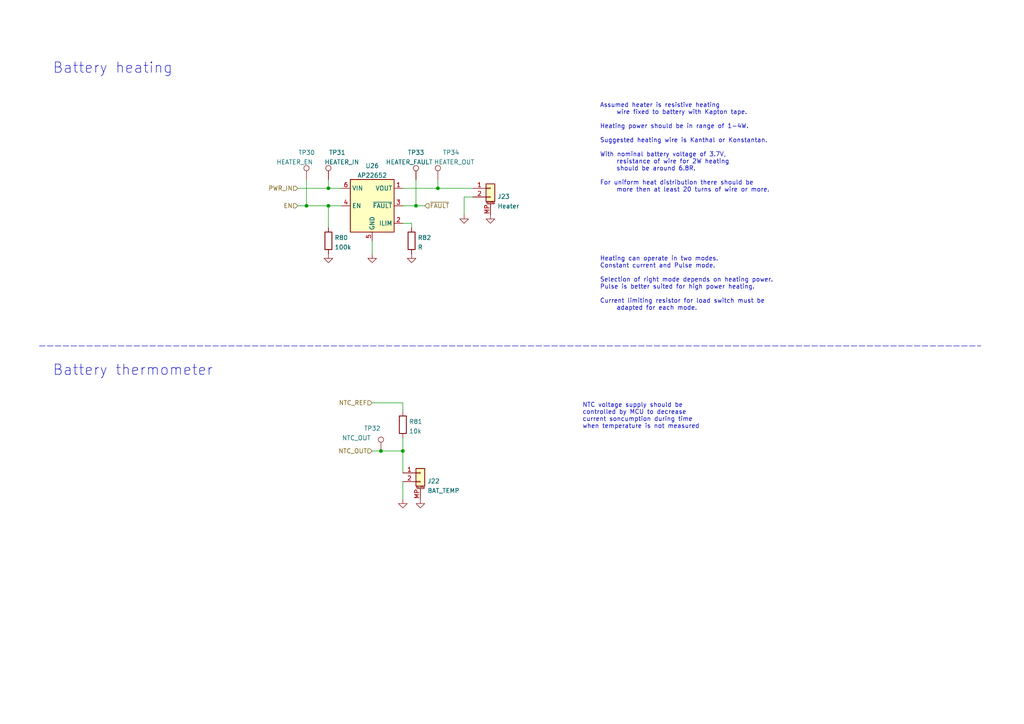
<source format=kicad_sch>
(kicad_sch (version 20210621) (generator eeschema)
  (paper "A4")
  (title_block (title "BUTCube - EPS") (date "2021-06-01") (rev "v1.0") (company "VUT - FIT(STRaDe) & FME(IAE & IPE)") (comment 1 "Author: Petr Malaník"))
  (lib_symbols
    (symbol "Connector:TestPoint" (pin_numbers hide) (pin_names (offset 0.762) hide)
      (property "Reference" "TP" (at 0 6.858 0))
      (property "Value" "TestPoint" (at 0 5.08 0))
      (symbol "TestPoint_0_1"
        (circle (center 0 3.302) (radius 0.762))
      )
      (symbol "TestPoint_1_1"
        (pin passive line (at 0 0 90) (length 2.54) (name "1") (number "1"))
      )
    )
    (symbol "Connector_Generic_MountingPin:Conn_01x02_MountingPin" (pin_names (offset 1.016) hide)
      (property "Reference" "J" (at 0 2.54 0))
      (property "Value" "Conn_01x02_MountingPin" (at 1.27 -5.08 0))
      (symbol "Conn_01x02_MountingPin_1_1"
        (text "Mounting" (at 0 -4.191 0) (effects (font (size 0.381 0.381))))
        (rectangle (start -1.27 -2.413) (end 0 -2.667) (stroke (width 0.1524)))
        (rectangle (start -1.27 0.127) (end 0 -0.127) (stroke (width 0.1524)))
        (rectangle (start -1.27 1.27) (end 1.27 -3.81) (stroke (width 0.254)) (fill (type background)))
        (polyline (pts (xy -1.016 -4.572) (xy 1.016 -4.572)) (stroke (width 0.1524)))
        (pin passive line (at -5.08 0 0) (length 3.81) (name "Pin_1") (number "1"))
        (pin passive line (at -5.08 -2.54 0) (length 3.81) (name "Pin_2") (number "2"))
        (pin passive line (at 0 -7.62 90) (length 3.048) (name "MountPin") (number "MP"))
      )
    )
    (symbol "Device:R" (pin_numbers hide) (pin_names (offset 0))
      (property "Reference" "R" (at 2.032 0 90))
      (property "Value" "R" (at 0 0 90))
      (symbol "R_0_1"
        (rectangle (start -1.016 -2.54) (end 1.016 2.54) (stroke (width 0.254)))
      )
      (symbol "R_1_1"
        (pin passive line (at 0 3.81 270) (length 1.27) (name "~") (number "1"))
        (pin passive line (at 0 -3.81 90) (length 1.27) (name "~") (number "2"))
      )
    )
    (symbol "TCY_power_management:AP22653"
      (property "Reference" "U" (at 8.89 7.62 0))
      (property "Value" "AP22653" (at 0 7.62 0))
      (symbol "AP22653_0_1"
        (rectangle (start -6.35 5.08) (end 6.35 -10.16) (stroke (width 0.254)) (fill (type background)))
      )
      (symbol "AP22653_1_1"
        (pin power_out line (at 8.89 2.54 180) (length 2.54) (name "VOUT") (number "1"))
        (pin passive line (at 8.89 -7.62 180) (length 2.54) (name "ILIM") (number "2"))
        (pin output line (at 8.89 -2.54 180) (length 2.54) (name "~{FAULT}") (number "3"))
        (pin input line (at -8.89 -2.54 0) (length 2.54) (name "EN") (number "4"))
        (pin passive line (at 0 -12.7 90) (length 2.54) (name "GND") (number "5"))
        (pin power_in line (at -8.89 2.54 0) (length 2.54) (name "VIN") (number "6"))
        (pin passive line (at 0 -12.7 90) (length 2.54) hide (name "E_PAD") (number "7"))
      )
    )
    (symbol "power:GND" (power) (pin_names (offset 0))
      (property "Value" "GND" (at 0 -3.81 0))
      (symbol "GND_0_1"
        (polyline (pts (xy 0 0) (xy 0 -1.27) (xy 1.27 -1.27) (xy 0 -2.54) (xy -1.27 -1.27) (xy 0 -1.27)))
      )
      (symbol "GND_1_1"
        (pin power_in line (at 0 0 270) (length 0) hide (name "GND") (number "1"))
      )
    )
  )
  (junction (at 88.9 59.69) (diameter 0.9144))
  (junction (at 95.25 54.61) (diameter 0.9144))
  (junction (at 95.25 59.69) (diameter 0.9144))
  (junction (at 110.49 130.81) (diameter 0.9144))
  (junction (at 116.84 130.81) (diameter 0.9144))
  (junction (at 120.65 59.69) (diameter 0.9144))
  (junction (at 127 54.61) (diameter 0.9144))
  (wire (pts (xy 86.36 54.61) (xy 95.25 54.61)))
  (wire (pts (xy 86.36 59.69) (xy 88.9 59.69)))
  (wire (pts (xy 88.9 52.07) (xy 88.9 59.69)))
  (wire (pts (xy 88.9 59.69) (xy 95.25 59.69)))
  (wire (pts (xy 95.25 52.07) (xy 95.25 54.61)))
  (wire (pts (xy 95.25 54.61) (xy 99.06 54.61)))
  (wire (pts (xy 95.25 59.69) (xy 99.06 59.69)))
  (wire (pts (xy 95.25 66.04) (xy 95.25 59.69)))
  (wire (pts (xy 107.95 69.85) (xy 107.95 73.66)))
  (wire (pts (xy 107.95 116.84) (xy 116.84 116.84)))
  (wire (pts (xy 107.95 130.81) (xy 110.49 130.81)))
  (wire (pts (xy 110.49 130.81) (xy 116.84 130.81)))
  (wire (pts (xy 116.84 54.61) (xy 127 54.61)))
  (wire (pts (xy 116.84 59.69) (xy 120.65 59.69)))
  (wire (pts (xy 116.84 64.77) (xy 119.38 64.77)))
  (wire (pts (xy 116.84 116.84) (xy 116.84 119.38)))
  (wire (pts (xy 116.84 127) (xy 116.84 130.81)))
  (wire (pts (xy 116.84 130.81) (xy 116.84 137.16)))
  (wire (pts (xy 116.84 139.7) (xy 116.84 144.78)))
  (wire (pts (xy 119.38 64.77) (xy 119.38 66.04)))
  (wire (pts (xy 120.65 52.07) (xy 120.65 59.69)))
  (wire (pts (xy 120.65 59.69) (xy 123.19 59.69)))
  (wire (pts (xy 127 52.07) (xy 127 54.61)))
  (wire (pts (xy 127 54.61) (xy 137.16 54.61)))
  (wire (pts (xy 134.62 57.15) (xy 134.62 62.23)))
  (wire (pts (xy 137.16 57.15) (xy 134.62 57.15)))
  (polyline (pts (xy 11.43 100.33) (xy 284.48 100.33)) (stroke (width 0) (type dash)))
  (text "Battery heating" (at 15.24 21.59 0) (effects (font (size 3 3)) (justify left bottom)))
  (text "Battery thermometer" (at 15.24 109.22 0) (effects (font (size 3 3)) (justify left bottom)))
  (text "NTC voltage supply should be\ncontrolled by MCU to decrease\ncurrent soncumption during time\nwhen temperature is not measured" (at 168.91 124.46 0) (effects (font (size 1.27 1.27)) (justify left bottom)))
  (text "Assumed heater is resistive heating\n	wire fixed to battery with Kapton tape.\n\nHeating power should be in range of 1-4W.\n\nSuggested heating wire is Kanthal or Konstantan.\n\nWith nominal battery voltage of 3.7V,\n	resistance of wire for 2W heating\n	should be around 6.8R.\n\nFor uniform heat distribution there should be\n	more then at least 20 turns of wire or more." (at 173.99 55.88 0) (effects (font (size 1.27 1.27)) (justify left bottom)))
  (text "Heating can operate in two modes.\nConstant current and Pulse mode.\n\nSelection of right mode depends on heating power.\nPulse is better suited for high power heating.\n\nCurrent limiting resistor for load switch must be\n	adapted for each mode." (at 173.99 90.17 0) (effects (font (size 1.27 1.27)) (justify left bottom)))
  (hierarchical_label "PWR_IN" (shape input) (at 86.36 54.61 180))
  (hierarchical_label "EN" (shape input) (at 86.36 59.69 180))
  (hierarchical_label "NTC_REF" (shape input) (at 107.95 116.84 180))
  (hierarchical_label "NTC_OUT" (shape input) (at 107.95 130.81 180))
  (hierarchical_label "~{FAULT}" (shape input) (at 123.19 59.69 0))
  (symbol (lib_id "Connector:TestPoint") (at 88.9 52.07 0)
    (property "Reference" "TP30" (at 86.4871 44.24 0) (effects (justify left)))
    (property "Value" "HEATER_EN" (at 80.1371 47.0151 0) (effects (justify left)))
    (property "Footprint" "TCY_connectors:TestPoint_Pad_D0.5mm" (effects hide))
  )
  (symbol (lib_id "Connector:TestPoint") (at 95.25 52.07 0)
    (property "Reference" "TP31" (at 95.3771 44.24 0) (effects (justify left)))
    (property "Value" "HEATER_IN" (at 94.1071 47.0151 0) (effects (justify left)))
    (property "Footprint" "TCY_connectors:TestPoint_Pad_D0.5mm" (effects hide))
  )
  (symbol (lib_id "Connector:TestPoint") (at 110.49 130.81 0)
    (property "Reference" "TP32" (at 105.5371 124.25 0) (effects (justify left)))
    (property "Value" "NTC_OUT" (at 99.1871 127.0251 0) (effects (justify left)))
    (property "Footprint" "TCY_connectors:TestPoint_Pad_D0.5mm" (effects hide))
  )
  (symbol (lib_id "Connector:TestPoint") (at 120.65 52.07 0)
    (property "Reference" "TP33" (at 118.2371 44.24 0) (effects (justify left)))
    (property "Value" "HEATER_FAULT" (at 111.8871 47.0151 0) (effects (justify left)))
    (property "Footprint" "TCY_connectors:TestPoint_Pad_D0.5mm" (effects hide))
  )
  (symbol (lib_id "Connector:TestPoint") (at 127 52.07 0)
    (property "Reference" "TP34" (at 128.3971 44.24 0) (effects (justify left)))
    (property "Value" "HEATER_OUT" (at 125.8571 47.0151 0) (effects (justify left)))
    (property "Footprint" "TCY_connectors:TestPoint_Pad_D0.5mm" (effects hide))
  )
  (symbol (lib_id "power:GND") (at 95.25 73.66 0)
    (property "Reference" "#PWR0188" (effects hide))
    (property "Value" "GND" (effects hide))
  )
  (symbol (lib_id "power:GND") (at 107.95 73.66 0)
    (property "Reference" "#PWR0189" (effects hide))
    (property "Value" "GND" (effects hide))
  )
  (symbol (lib_id "power:GND") (at 116.84 144.78 0)
    (property "Reference" "#PWR0190" (effects hide))
    (property "Value" "GND" (effects hide))
  )
  (symbol (lib_id "power:GND") (at 119.38 73.66 0)
    (property "Reference" "#PWR0191" (effects hide))
    (property "Value" "GND" (effects hide))
  )
  (symbol (lib_id "power:GND") (at 121.92 144.78 0)
    (property "Reference" "#PWR0192" (effects hide))
    (property "Value" "GND" (effects hide))
  )
  (symbol (lib_id "power:GND") (at 134.62 62.23 0)
    (property "Reference" "#PWR0193" (effects hide))
    (property "Value" "GND" (effects hide))
  )
  (symbol (lib_id "power:GND") (at 142.24 62.23 0)
    (property "Reference" "#PWR0194" (effects hide))
    (property "Value" "GND" (effects hide))
  )
  (symbol (lib_id "Device:R") (at 95.25 69.85 0)
    (property "Reference" "R80" (at 97.0281 68.9415 0) (effects (justify left)))
    (property "Value" "100k" (at 97.0281 71.7166 0) (effects (justify left)))
    (property "Footprint" "TCY_passives:R_0603_1608Metric" (effects hide))
  )
  (symbol (lib_id "Device:R") (at 116.84 123.19 0)
    (property "Reference" "R81" (at 118.6181 122.2815 0) (effects (justify left)))
    (property "Value" "10k" (at 118.6181 125.0566 0) (effects (justify left)))
    (property "Footprint" "TCY_passives:R_0603_1608Metric" (effects hide))
  )
  (symbol (lib_id "Device:R") (at 119.38 69.85 0)
    (property "Reference" "R82" (at 121.1581 68.9415 0) (effects (justify left)))
    (property "Value" "R" (at 121.1581 71.7166 0) (effects (justify left)))
    (property "Footprint" "TCY_passives:R_0603_1608Metric" (effects hide))
  )
  (symbol (lib_id "Connector_Generic_MountingPin:Conn_01x02_MountingPin") (at 121.92 137.16 0)
    (property "Reference" "J22" (at 123.9521 139.5535 0) (effects (justify left)))
    (property "Value" "BAT_TEMP" (at 123.9521 142.3286 0) (effects (justify left)))
    (property "Footprint" "TCY_connectors:Amphenol_10114828-11102LF_1x02_P1.25mm_Vertical" (effects hide))
  )
  (symbol (lib_id "Connector_Generic_MountingPin:Conn_01x02_MountingPin") (at 142.24 54.61 0)
    (property "Reference" "J23" (at 144.2721 57.0035 0) (effects (justify left)))
    (property "Value" "Heater" (at 144.2721 59.7786 0) (effects (justify left)))
    (property "Footprint" "TCY_connectors:Amphenol_10114828-11102LF_1x02_P1.25mm_Vertical" (effects hide))
  )
  (symbol (lib_id "TCY_power_management:AP22653") (at 107.95 57.15 0)
    (property "Reference" "U26" (at 107.95 48.1034 0))
    (property "Value" "AP22652" (at 107.95 50.8785 0))
    (property "Footprint" "Package_DFN_QFN:DFN-6-1EP_2x2mm_P0.65mm_EP1x1.6mm" (effects hide))
    (property "Datasheet" "https://www.diodes.com/assets/Datasheets/AP22652_53_52A_53A.pdf" (effects hide))
  )
)
</source>
